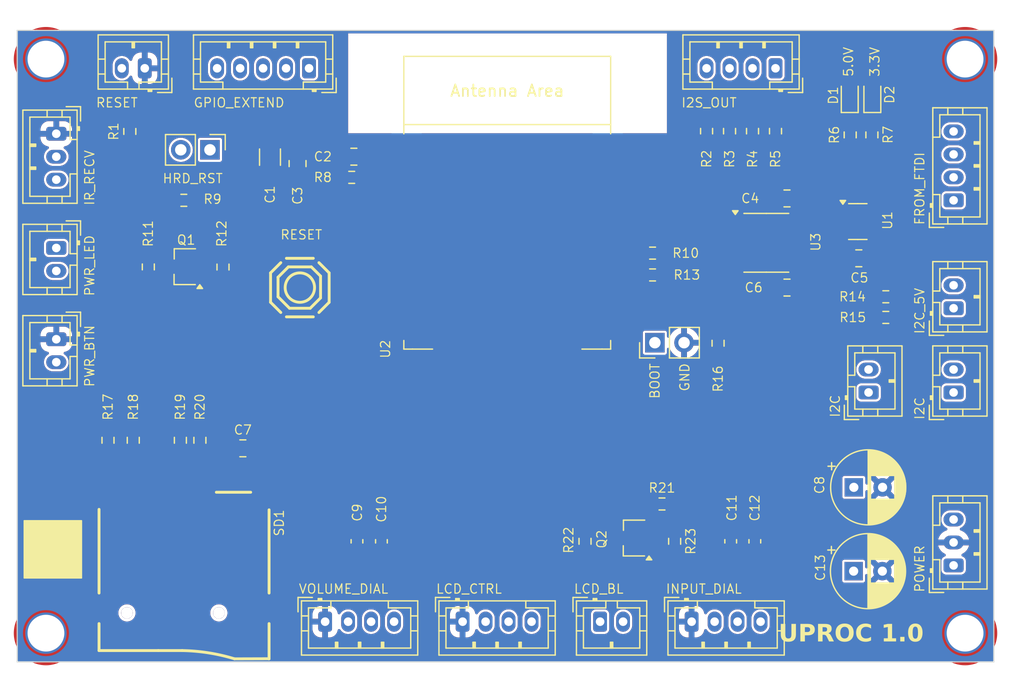
<source format=kicad_pcb>
(kicad_pcb (version 20240108) (generator "pcbnew") (generator_version "8.0")
  (layers (0 "F.Cu" signal) (31 "B.Cu" signal) (34 "B.Paste" user) (35 "F.Paste" user) (36 "B.SilkS" user "B.Silkscreen") (37 "F.SilkS" user "F.Silkscreen") (38 "B.Mask" user) (39 "F.Mask" user) (44 "Edge.Cuts" user))
  (net 0 "")
  (net 1 "GND")
  (net 2 "3V3")
  (net 3 "SCL")
  (net 4 "SDA")
  (net 5 "5V")
  (net 6 "SDA_5V")
  (net 7 "SCL_5V")
  (net 8 "POWER_LED")
  (net 9 "POWER_BUTTON")
  (net 10 "BACKLIGHT")
  (net 11 "TO_BACKLIGHT")
  (net 12 "TO_POWER_LED")
  (net 13 "RX")
  (net 14 "TX")
  (net 15 "ENABLE")
  (net 16 "VOL_CH1")
  (net 17 "VOL_CH2")
  (net 18 "INPUT_CH1")
  (net 19 "INPUT_CH2")
  (net 20 "BOOT")
  (net 21 "FROM_POWER_LED")
  (net 22 "FROM_BACKLIGHT")
  (net 23 "GPIO_INTA")
  (net 24 "GPIO_INTB")
  (net 25 "GPIO_RESET")
  (net 26 "IR_RECV")
  (net 27 "I2S_LRCLK")
  (net 28 "I2S_BCLK")
  (net 29 "I2S_MCLK")
  (net 30 "I2S_DATA")
  (net 31 "SPI_MISO")
  (net 32 "SPI_CLK")
  (net 33 "SPI_CS")
  (net 34 "SPI_MOSI")
  (net 35 "SD_CD")
  (net 36 "HARD_RESET")
  (net 37 "Net-(D1-A)")
  (net 38 "Net-(D2-A)")
  (net 39 "Net-(Q1-B)")
  (net 40 "Net-(Q2-B)")
  (net 43 "Net-(U2-IO23)")
  (net 44 "Net-(U2-IO22)")
  (net 45 "Net-(U2-IO21)")
  (net 46 "Net-(U2-IO19)")
  (footprint "Connector_JST:JST_PH_B2B-PH-K_1x02_P2.00mm_Vertical" (layer "F.Cu") (at 92.3 81.95 -90)
    (property "Reference" "J7" (hide yes))
    (property "Value" "Conn_01x02_Male")
    (pad "1" thru_hole roundrect (at 0 0 270) (size 1.2 1.75) (drill 0.75) (layers "*.Cu" "*.Mask") (roundrect_rratio 0.208333) (net 12 "TO_POWER_LED"))
    (pad "2" thru_hole oval (at 2 0 270) (size 1.2 1.75) (drill 0.75) (layers "*.Cu" "*.Mask") (net 21 "FROM_POWER_LED"))
  )
  (footprint "MountingHole:MountingHole_3.2mm_M3_DIN965_Pad_TopOnly" (layer "F.Cu") (at 171.4 115.5)
    (property "Reference" "H4" (hide yes))
    (property "Value" "MountingHole")
    (pad "1" thru_hole circle (at 0 0) (size 3.6 3.6) (drill 3.2) (layers "*.Cu" "*.Mask"))
    (pad "1" connect circle (at 0 0) (size 5.6 5.6) (layers "F.Cu" "F.Mask"))
  )
  (footprint "Capacitor_THT:CP_Radial_D6.3mm_P2.50mm" (layer "F.Cu") (at 161.7 110.1)
    (property "Reference" "C13" (at -2.9 -0.3 90) (layer "F.SilkS") (effects (font (size 0.8 0.8) (thickness 0.1))))
    (property "Value" "10V 220u")
    (pad "1" thru_hole rect (at 0 0) (size 1.6 1.6) (drill 0.8) (layers "*.Cu" "*.Mask") (net 2 "3V3"))
    (pad "2" thru_hole circle (at 2.5 0) (size 1.6 1.6) (drill 0.8) (layers "*.Cu" "*.Mask") (net 1 "GND"))
  )
  (footprint "Package_TO_SOT_SMD:TSOT-23" (layer "F.Cu") (at 103.51 83.6 180)
    (property "Reference" "Q1" (at -0.09 2.347024 0) (layer "F.SilkS") (effects (font (size 0.8 0.8) (thickness 0.1))))
    (property "Value" "BC817")
    (pad "1" smd roundrect (at -1.31 -0.95 180) (size 1.22 0.65) (layers "F.Cu" "F.Paste" "F.Mask") (net 39 "Net-(Q1-B)"))
    (pad "2" smd roundrect (at -1.31 0.95 180) (size 1.22 0.65) (layers "F.Cu" "F.Paste" "F.Mask") (net 1 "GND"))
    (pad "3" smd roundrect (at 1.31 0 180) (size 1.22 0.65) (layers "F.Cu" "F.Paste" "F.Mask") (net 21 "FROM_POWER_LED"))
  )
  (footprint "Capacitor_SMD:C_0603_1608Metric_Pad1.08x0.95mm_HandSolder" (layer "F.Cu") (at 118.4705 107.5 -90)
    (property "Reference" "C9" (at -2.5 -0.029508 90) (layer "F.SilkS") (effects (font (size 0.8 0.8) (thickness 0.1))))
    (property "Value" "10N")
    (pad "1" smd roundrect (at -0.8625 0 270) (size 1.075 0.95) (layers "F.Cu" "F.Paste" "F.Mask") (net 1 "GND"))
    (pad "2" smd roundrect (at 0.8625 0 270) (size 1.075 0.95) (layers "F.Cu" "F.Paste" "F.Mask") (net 16 "VOL_CH1"))
  )
  (footprint "PCM_Espressif:ESP32-WROOM-32E" (layer "F.Cu") (at 131.55 79.76)
    (property "Reference" "U2" (at -10.6 11 90) (layer "F.SilkS") (effects (font (size 0.8 0.8) (thickness 0.1))))
    (property "Value" "ESP32-WROOM-32")
    (fp_text user "Antenna Area" (at 0 -11.5 0) (layer "F.SilkS"))
    (pad "1" smd rect (at -8.75 -7.01) (size 1.5 0.9) (layers "F.Cu" "F.Paste" "F.Mask") (net 1 "GND"))
    (pad "2" smd rect (at -8.75 -5.74) (size 1.5 0.9) (layers "F.Cu" "F.Paste" "F.Mask") (net 2 "3V3"))
    (pad "3" smd rect (at -8.75 -4.47) (size 1.5 0.9) (layers "F.Cu" "F.Paste" "F.Mask") (net 15 "ENABLE"))
    (pad "4" smd rect (at -8.75 -3.2) (size 1.5 0.9) (layers "F.Cu" "F.Paste" "F.Mask") (net 35 "SD_CD"))
    (pad "5" smd rect (at -8.75 -1.93) (size 1.5 0.9) (layers "F.Cu" "F.Paste" "F.Mask") (net 26 "IR_RECV"))
    (pad "6" smd rect (at -8.75 -0.66) (size 1.5 0.9) (layers "F.Cu" "F.Paste" "F.Mask") (net 23 "GPIO_INTA"))
    (pad "7" smd rect (at -8.75 0.61) (size 1.5 0.9) (layers "F.Cu" "F.Paste" "F.Mask") (net 24 "GPIO_INTB"))
    (pad "8" smd rect (at -8.75 1.88) (size 1.5 0.9) (layers "F.Cu" "F.Paste" "F.Mask") (net 25 "GPIO_RESET"))
    (pad "9" smd rect (at -8.75 3.15) (size 1.5 0.9) (layers "F.Cu" "F.Paste" "F.Mask") (net 36 "HARD_RESET"))
    (pad "10" smd rect (at -8.75 4.42) (size 1.5 0.9) (layers "F.Cu" "F.Paste" "F.Mask") (net 8 "POWER_LED"))
    (pad "11" smd rect (at -8.75 5.69) (size 1.5 0.9) (layers "F.Cu" "F.Paste" "F.Mask") (net 9 "POWER_BUTTON"))
    (pad "12" smd rect (at -8.75 6.96) (size 1.5 0.9) (layers "F.Cu" "F.Paste" "F.Mask") (net 34 "SPI_MOSI"))
    (pad "13" smd rect (at -8.75 8.23) (size 1.5 0.9) (layers "F.Cu" "F.Paste" "F.Mask") (net 32 "SPI_CLK"))
    (pad "14" smd rect (at -8.75 9.5) (size 1.5 0.9) (layers "F.Cu" "F.Paste" "F.Mask") (net 31 "SPI_MISO"))
    (pad "15" smd rect (at -5.72 10.75 90) (size 1.5 0.9) (layers "F.Cu" "F.Paste" "F.Mask") (net 1 "GND"))
    (pad "16" smd rect (at -4.45 10.75 90) (size 1.5 0.9) (layers "F.Cu" "F.Paste" "F.Mask") (net 33 "SPI_CS"))
    (pad "17" smd rect (at -3.18 10.75 90) (size 1.5 0.9) (layers "F.Cu" "F.Paste" "F.Mask"))
    (pad "18" smd rect (at -1.91 10.75 90) (size 1.5 0.9) (layers "F.Cu" "F.Paste" "F.Mask"))
    (pad "19" smd rect (at -0.64 10.75 90) (size 1.5 0.9) (layers "F.Cu" "F.Paste" "F.Mask"))
    (pad "20" smd rect (at 0.63 10.75 90) (size 1.5 0.9) (layers "F.Cu" "F.Paste" "F.Mask"))
    (pad "21" smd rect (at 1.9 10.75 90) (size 1.5 0.9) (layers "F.Cu" "F.Paste" "F.Mask"))
    (pad "22" smd rect (at 3.17 10.75 90) (size 1.5 0.9) (layers "F.Cu" "F.Paste" "F.Mask"))
    (pad "23" smd rect (at 4.44 10.75 90) (size 1.5 0.9) (layers "F.Cu" "F.Paste" "F.Mask") (net 16 "VOL_CH1"))
    (pad "24" smd rect (at 5.71 10.75 90) (size 1.5 0.9) (layers "F.Cu" "F.Paste" "F.Mask") (net 17 "VOL_CH2"))
    (pad "25" smd rect (at 8.75 9.5 180) (size 1.5 0.9) (layers "F.Cu" "F.Paste" "F.Mask") (net 20 "BOOT"))
    (pad "26" smd rect (at 8.75 8.23 180) (size 1.5 0.9) (layers "F.Cu" "F.Paste" "F.Mask") (net 10 "BACKLIGHT"))
    (pad "27" smd rect (at 8.75 6.96 180) (size 1.5 0.9) (layers "F.Cu" "F.Paste" "F.Mask") (net 18 "INPUT_CH1"))
    (pad "28" smd rect (at 8.75 5.69 180) (size 1.5 0.9) (layers "F.Cu" "F.Paste" "F.Mask") (net 19 "INPUT_CH2"))
    (pad "29" smd rect (at 8.75 4.42 180) (size 1.5 0.9) (layers "F.Cu" "F.Paste" "F.Mask") (net 4 "SDA"))
    (pad "30" smd rect (at 8.75 3.15 180) (size 1.5 0.9) (layers "F.Cu" "F.Paste" "F.Mask") (net 3 "SCL"))
    (pad "31" smd rect (at 8.75 1.88 180) (size 1.5 0.9) (layers "F.Cu" "F.Paste" "F.Mask") (net 46 "Net-(U2-IO19)"))
    (pad "32" smd rect (at 8.75 0.61 180) (size 1.5 0.9) (layers "F.Cu" "F.Paste" "F.Mask"))
    (pad "33" smd rect (at 8.75 -0.66 180) (size 1.5 0.9) (layers "F.Cu" "F.Paste" "F.Mask") (net 45 "Net-(U2-IO21)"))
    (pad "34" smd rect (at 8.75 -1.93 180) (size 1.5 0.9) (layers "F.Cu" "F.Paste" "F.Mask") (net 13 "RX"))
    (pad "35" smd rect (at 8.75 -3.2 180) (size 1.5 0.9) (layers "F.Cu" "F.Paste" "F.Mask") (net 14 "TX"))
    (pad "36" smd rect (at 8.75 -4.47 180) (size 1.5 0.9) (layers "F.Cu" "F.Paste" "F.Mask") (net 44 "Net-(U2-IO22)"))
    (pad "37" smd rect (at 8.75 -5.74 180) (size 1.5 0.9) (layers "F.Cu" "F.Paste" "F.Mask") (net 43 "Net-(U2-IO23)"))
    (pad "38" smd rect (at 8.75 -7.01 180) (size 1.5 0.9) (layers "F.Cu" "F.Paste" "F.Mask") (net 1 "GND"))
    (pad "39" smd rect (at -2.9 -0.69 180) (size 0.9 0.9) (layers "F.Cu" "F.Paste" "F.Mask") (net 1 "GND"))
    (pad "39" smd rect (at -2.9 -0.69 180) (size 0.9 0.9) (layers "F.Cu" "F.Paste" "F.Mask") (net 1 "GND"))
    (pad "39" smd rect (at -2.9 0.71 180) (size 0.9 0.9) (layers "F.Cu" "F.Paste" "F.Mask") (net 1 "GND"))
    (pad "39" smd rect (at -2.9 2.11 180) (size 0.9 0.9) (layers "F.Cu" "F.Paste" "F.Mask") (net 1 "GND"))
    (pad "39" smd rect (at -2.9 2.11 180) (size 0.9 0.9) (layers "F.Cu" "F.Paste" "F.Mask") (net 1 "GND"))
    (pad "39" smd rect (at -1.5 -0.69 180) (size 0.9 0.9) (layers "F.Cu" "F.Paste" "F.Mask") (net 1 "GND"))
    (pad "39" smd rect (at -1.5 0.71 180) (size 0.9 0.9) (layers "F.Cu" "F.Paste" "F.Mask") (net 1 "GND"))
    (pad "39" smd rect (at -1.5 2.11 180) (size 0.9 0.9) (layers "F.Cu" "F.Paste" "F.Mask") (net 1 "GND"))
    (pad "39" smd rect (at -1.5 2.11 180) (size 0.9 0.9) (layers "F.Cu" "F.Paste" "F.Mask") (net 1 "GND"))
    (pad "39" smd rect (at -0.1 -0.69 180) (size 0.9 0.9) (layers "F.Cu" "F.Paste" "F.Mask") (net 1 "GND"))
    (pad "39" smd rect (at -0.1 0.71 180) (size 0.9 0.9) (layers "F.Cu" "F.Paste" "F.Mask") (net 1 "GND"))
    (pad "39" smd rect (at -0.1 2.11 180) (size 0.9 0.9) (layers "F.Cu" "F.Paste" "F.Mask") (net 1 "GND"))
    (zone (net 0) (net_name "") (layers "*.Cu") (name "antenna keepout") (connect_pads (clearance 0)) (min_thickness 0.254)
      (keepout (tracks not_allowed) (vias not_allowed) (pads not_allowed) (copperpour not_allowed) (footprints not_allowed))
      (fill (thermal_gap 0.508) (thermal_bridge_width 0.508))
      (polygon (pts (xy 140.55 71.21) (xy 122.55 71.21) (xy 122.55 65.26) (xy 140.55 65.26)))
    )
  )
  (footprint "MountingHole:MountingHole_3.2mm_M3_DIN965_Pad_TopOnly" (layer "F.Cu") (at 91.4 65.5 90)
    (property "Reference" "H1" (hide yes))
    (property "Value" "MountingHole")
    (pad "1" thru_hole circle (at 0 0 90) (size 3.6 3.6) (drill 3.2) (layers "*.Cu" "*.Mask"))
    (pad "1" connect circle (at 0 0 90) (size 5.6 5.6) (layers "F.Cu" "F.Mask"))
  )
  (footprint "Capacitor_SMD:C_0603_1608Metric_Pad1.08x0.95mm_HandSolder" (layer "F.Cu") (at 151 107.5 -90)
    (property "Reference" "C11" (at -2.9125 -0.1 90) (layer "F.SilkS") (effects (font (size 0.8 0.8) (thickness 0.1))))
    (property "Value" "10N")
    (pad "1" smd roundrect (at -0.8625 0 270) (size 1.075 0.95) (layers "F.Cu" "F.Paste" "F.Mask") (net 1 "GND"))
    (pad "2" smd roundrect (at 0.8625 0 270) (size 1.075 0.95) (layers "F.Cu" "F.Paste" "F.Mask") (net 18 "INPUT_CH1"))
  )
  (footprint "Resistor_SMD:R_0603_1608Metric_Pad0.98x0.95mm_HandSolder" (layer "F.Cu") (at 144.2 82.4 180)
    (property "Reference" "R10" (at -2.8875 0 0) (layer "F.SilkS") (effects (font (size 0.8 0.8) (thickness 0.1))))
    (property "Value" "10K")
    (pad "1" smd roundrect (at -0.9125 0 180) (size 0.975 0.95) (layers "F.Cu" "F.Paste" "F.Mask") (net 2 "3V3"))
    (pad "2" smd roundrect (at 0.9125 0 180) (size 0.975 0.95) (layers "F.Cu" "F.Paste" "F.Mask") (net 3 "SCL"))
  )
  (footprint "MountingHole:MountingHole_3.2mm_M3_DIN965_Pad_TopOnly" (layer "F.Cu") (at 91.4 115.5 90)
    (property "Reference" "H3" (hide yes))
    (property "Value" "MountingHole")
    (pad "1" thru_hole circle (at 0 0 90) (size 3.6 3.6) (drill 3.2) (layers "*.Cu" "*.Mask"))
    (pad "1" connect circle (at 0 0 90) (size 5.6 5.6) (layers "F.Cu" "F.Mask"))
  )
  (footprint "Connector_JST:JST_PH_B2B-PH-K_1x02_P2.00mm_Vertical" (layer "F.Cu") (at 170.4 87.2 90)
    (property "Reference" "J8" (hide yes))
    (property "Value" "Conn_01x02_Male")
    (pad "1" thru_hole roundrect (at 0 0 90) (size 1.2 1.75) (drill 0.75) (layers "*.Cu" "*.Mask") (roundrect_rratio 0.208333) (net 7 "SCL_5V"))
    (pad "2" thru_hole oval (at 2 0 90) (size 1.2 1.75) (drill 0.75) (layers "*.Cu" "*.Mask") (net 6 "SDA_5V"))
  )
  (footprint "Connector_JST:JST_PH_B2B-PH-K_1x02_P2.00mm_Vertical" (layer "F.Cu") (at 92.3 89.9 -90)
    (property "Reference" "J10" (hide yes))
    (property "Value" "Conn_01x02_Male")
    (pad "1" thru_hole roundrect (at 0 0 270) (size 1.2 1.75) (drill 0.75) (layers "*.Cu" "*.Mask") (roundrect_rratio 0.208333) (net 1 "GND"))
    (pad "2" thru_hole oval (at 2 0 270) (size 1.2 1.75) (drill 0.75) (layers "*.Cu" "*.Mask") (net 9 "POWER_BUTTON"))
  )
  (footprint "Connector_PinHeader_2.54mm:PinHeader_1x02_P2.54mm_Vertical" (layer "F.Cu") (at 105.675 73.4 -90)
    (property "Reference" "J5" (hide yes))
    (property "Value" "Conn_01x02_Male")
    (pad "1" thru_hole rect (at 0 0 270) (size 1.7 1.7) (drill 1) (layers "*.Cu" "*.Mask") (net 2 "3V3"))
    (pad "2" thru_hole oval (at 0 2.54 270) (size 1.7 1.7) (drill 1) (layers "*.Cu" "*.Mask") (net 36 "HARD_RESET"))
  )
  (footprint "Connector_JST:JST_PH_B5B-PH-K_1x05_P2.00mm_Vertical" (layer "F.Cu") (at 114.3 66.3 180)
    (property "Reference" "J2" (hide yes))
    (property "Value" "Conn_01x05_Pin")
    (pad "1" thru_hole roundrect (at 0 0 180) (size 1.2 1.75) (drill 0.75) (layers "*.Cu" "*.Mask") (roundrect_rratio 0.208333) (net 3 "SCL"))
    (pad "2" thru_hole oval (at 2 0 180) (size 1.2 1.75) (drill 0.75) (layers "*.Cu" "*.Mask") (net 4 "SDA"))
    (pad "3" thru_hole oval (at 4 0 180) (size 1.2 1.75) (drill 0.75) (layers "*.Cu" "*.Mask") (net 23 "GPIO_INTA"))
    (pad "4" thru_hole oval (at 6 0 180) (size 1.2 1.75) (drill 0.75) (layers "*.Cu" "*.Mask") (net 24 "GPIO_INTB"))
    (pad "5" thru_hole oval (at 8 0 180) (size 1.2 1.75) (drill 0.75) (layers "*.Cu" "*.Mask") (net 25 "GPIO_RESET"))
  )
  (footprint "Capacitor_SMD:C_0805_2012Metric_Pad1.18x1.45mm_HandSolder" (layer "F.Cu") (at 113.3 74.6 -90)
    (property "Reference" "C3" (at 2.8 0 90) (layer "F.SilkS") (effects (font (size 0.8 0.8) (thickness 0.1))))
    (property "Value" "0.1U")
    (pad "1" smd roundrect (at -1.0375 0 270) (size 1.175 1.45) (layers "F.Cu" "F.Paste" "F.Mask") (roundrect_rratio 0.2127659574) (net 1 "GND"))
    (pad "2" smd roundrect (at 1.0375 0 270) (size 1.175 1.45) (layers "F.Cu" "F.Paste" "F.Mask") (roundrect_rratio 0.2127659574) (net 15 "ENABLE"))
  )
  (footprint "Connector_JST:JST_PH_B2B-PH-K_1x02_P2.00mm_Vertical" (layer "F.Cu") (at 100 66.3 180)
    (property "Reference" "J1" (hide yes))
    (property "Value" "Conn_01x02_Male")
    (pad "1" thru_hole roundrect (at 0 0 180) (size 1.2 1.75) (drill 0.75) (layers "*.Cu" "*.Mask") (roundrect_rratio 0.2083333333) (net 1 "GND"))
    (pad "2" thru_hole oval (at 2 0 180) (size 1.2 1.75) (drill 0.75) (layers "*.Cu" "*.Mask") (net 15 "ENABLE"))
  )
  (footprint "Capacitor_SMD:C_1206_3216Metric_Pad1.33x1.80mm_HandSolder" (layer "F.Cu") (at 110.9 74.0375 90)
    (property "Reference" "C1" (at -3.2625 0 90) (layer "F.SilkS") (effects (font (size 0.8 0.8) (thickness 0.1))))
    (property "Value" "10U")
    (pad "1" smd roundrect (at -1.5625 0 90) (size 1.325 1.8) (layers "F.Cu" "F.Paste" "F.Mask") (roundrect_rratio 0.1886792453) (net 2 "3V3"))
    (pad "2" smd roundrect (at 1.5625 0 90) (size 1.325 1.8) (layers "F.Cu" "F.Paste" "F.Mask") (roundrect_rratio 0.1886792453) (net 1 "GND"))
  )
  (footprint "Connector_JST:JST_PH_B4B-PH-K_1x04_P2.00mm_Vertical" (layer "F.Cu") (at 170.4 77.8 90)
    (property "Reference" "J6" (hide yes))
    (property "Value" "Conn_01x04_Pin")
    (pad "1" thru_hole roundrect (at 0 0 90) (size 1.2 1.75) (drill 0.75) (layers "*.Cu" "*.Mask") (roundrect_rratio 0.208333) (net 13 "RX"))
    (pad "2" thru_hole oval (at 2 0 90) (size 1.2 1.75) (drill 0.75) (layers "*.Cu" "*.Mask") (net 14 "TX"))
    (pad "3" thru_hole oval (at 4 0 90) (size 1.2 1.75) (drill 0.75) (layers "*.Cu" "*.Mask") (net 15 "ENABLE"))
    (pad "4" thru_hole oval (at 6 0 90) (size 1.2 1.75) (drill 0.75) (layers "*.Cu" "*.Mask") (net 20 "BOOT"))
  )
  (footprint "Resistor_SMD:R_0603_1608Metric_Pad0.98x0.95mm_HandSolder" (layer "F.Cu") (at 106.81 83.6125 -90)
    (property "Reference" "R12" (at -2.9125 0.11 90) (layer "F.SilkS") (effects (font (size 0.8 0.8) (thickness 0.1))))
    (property "Value" "1K")
    (pad "1" smd roundrect (at -0.9125 0 270) (size 0.975 0.95) (layers "F.Cu" "F.Paste" "F.Mask") (net 8 "POWER_LED"))
    (pad "2" smd roundrect (at 0.9125 0 270) (size 0.975 0.95) (layers "F.Cu" "F.Paste" "F.Mask") (net 39 "Net-(Q1-B)"))
  )
  (footprint "Resistor_SMD:R_0603_1608Metric_Pad0.98x0.95mm_HandSolder" (layer "F.Cu") (at 100.31 83.6 -90)
    (property "Reference" "R11" (at -2.9 0.01 90) (layer "F.SilkS") (effects (font (size 0.8 0.8) (thickness 0.1))))
    (property "Value" "700R")
    (pad "1" smd roundrect (at -0.9125 0 270) (size 0.975 0.95) (layers "F.Cu" "F.Paste" "F.Mask") (net 12 "TO_POWER_LED"))
    (pad "2" smd roundrect (at 0.9125 0 270) (size 0.975 0.95) (layers "F.Cu" "F.Paste" "F.Mask") (net 5 "5V"))
  )
  (footprint "Package_SO:SOIC-8_3.9x4.9mm_P1.27mm" (layer "F.Cu") (at 154.1 81.5)
    (property "Reference" "U3" (at 4.3 -0.065 90) (layer "F.SilkS") (effects (font (size 0.8 0.8) (thickness 0.1))))
    (property "Value" "TCA9517DR")
    (pad "1" smd roundrect (at -2.475 -1.905) (size 1.95 0.6) (layers "F.Cu" "F.Paste" "F.Mask") (net 2 "3V3"))
    (pad "2" smd roundrect (at -2.475 -0.635) (size 1.95 0.6) (layers "F.Cu" "F.Paste" "F.Mask") (net 3 "SCL"))
    (pad "3" smd roundrect (at -2.475 0.635) (size 1.95 0.6) (layers "F.Cu" "F.Paste" "F.Mask") (net 4 "SDA"))
    (pad "4" smd roundrect (at -2.475 1.905) (size 1.95 0.6) (layers "F.Cu" "F.Paste" "F.Mask") (net 1 "GND"))
    (pad "5" smd roundrect (at 2.475 1.905) (size 1.95 0.6) (layers "F.Cu" "F.Paste" "F.Mask") (net 2 "3V3"))
    (pad "6" smd roundrect (at 2.475 0.635) (size 1.95 0.6) (layers "F.Cu" "F.Paste" "F.Mask") (net 6 "SDA_5V"))
    (pad "7" smd roundrect (at 2.475 -0.635) (size 1.95 0.6) (layers "F.Cu" "F.Paste" "F.Mask") (net 7 "SCL_5V"))
    (pad "8" smd roundrect (at 2.475 -1.905) (size 1.95 0.6) (layers "F.Cu" "F.Paste" "F.Mask") (net 5 "5V"))
  )
  (footprint "LED_SMD:LED_0603_1608Metric" (layer "F.Cu") (at 161.36 68.665 90)
    (property "Reference" "D1" (at 0 -1.43 90) (layer "F.SilkS") (effects (font (size 0.8 0.8) (thickness 0.1))))
    (property "Value" "RED")
    (pad "1" smd roundrect (at -0.7875 0 90) (size 0.875 0.95) (layers "F.Cu" "F.Paste" "F.Mask") (net 1 "GND"))
    (pad "2" smd roundrect (at 0.7875 0 90) (size 0.875 0.95) (layers "F.Cu" "F.Paste" "F.Mask") (net 37 "Net-(D1-A)"))
  )
  (footprint "Capacitor_THT:CP_Radial_D6.3mm_P2.50mm" (layer "F.Cu") (at 161.7176 102.8)
    (property "Reference" "C8" (at -2.9824 -0.2 90) (layer "F.SilkS") (effects (font (size 0.8 0.8) (thickness 0.1))))
    (property "Value" "10V 220u")
    (pad "1" thru_hole rect (at 0 0) (size 1.6 1.6) (drill 0.8) (layers "*.Cu" "*.Mask") (net 5 "5V"))
    (pad "2" thru_hole circle (at 2.5 0) (size 1.6 1.6) (drill 0.8) (layers "*.Cu" "*.Mask") (net 1 "GND"))
  )
  (footprint "Resistor_SMD:R_0603_1608Metric_Pad0.98x0.95mm_HandSolder" (layer "F.Cu") (at 118.0125 75.8)
    (property "Reference" "R8" (at -2.5125 0 0) (layer "F.SilkS") (effects (font (size 0.8 0.8) (thickness 0.1))))
    (property "Value" "4.7K")
    (pad "1" smd roundrect (at -0.9125 0) (size 0.975 0.95) (layers "F.Cu" "F.Paste" "F.Mask") (net 2 "3V3"))
    (pad "2" smd roundrect (at 0.9125 0) (size 0.975 0.95) (layers "F.Cu" "F.Paste" "F.Mask") (net 15 "ENABLE"))
  )
  (footprint "Resistor_SMD:R_0603_1608Metric" (layer "F.Cu") (at 152.9 71.775 90)
    (property "Reference" "R4" (at -2.425 0 90) (layer "F.SilkS") (effects (font (size 0.8 0.8) (thickness 0.1))))
    (property "Value" "22R")
    (pad "1" smd roundrect (at -0.825 0 90) (size 0.8 0.95) (layers "F.Cu" "F.Paste" "F.Mask") (net 45 "Net-(U2-IO21)"))
    (pad "2" smd roundrect (at 0.825 0 90) (size 0.8 0.95) (layers "F.Cu" "F.Paste" "F.Mask") (net 28 "I2S_BCLK"))
  )
  (footprint "Capacitor_SMD:C_0805_2012Metric_Pad1.18x1.45mm_HandSolder" (layer "F.Cu") (at 162.15 82.85 180)
    (property "Reference" "C5" (at -0.05 -1.7 0) (layer "F.SilkS") (effects (font (size 0.8 0.8) (thickness 0.1))))
    (property "Value" "100n")
    (pad "1" smd roundrect (at -1.0375 0 180) (size 1.175 1.45) (layers "F.Cu" "F.Paste" "F.Mask") (roundrect_rratio 0.2127659574) (net 2 "3V3"))
    (pad "2" smd roundrect (at 1.0375 0 180) (size 1.175 1.45) (layers "F.Cu" "F.Paste" "F.Mask") (roundrect_rratio 0.2127659574) (net 1 "GND"))
  )
  (footprint "Resistor_SMD:R_0603_1608Metric_Pad0.98x0.95mm_HandSolder" (layer "F.Cu") (at 103.1 98.7 -90)
    (property "Reference" "R19" (at -2.9 0.0125 90) (layer "F.SilkS") (effects (font (size 0.8 0.8) (thickness 0.1))))
    (property "Value" "50K")
    (pad "1" smd roundrect (at -0.9125 0 270) (size 0.975 0.95) (layers "F.Cu" "F.Paste" "F.Mask") (net 2 "3V3"))
    (pad "2" smd roundrect (at 0.9125 0 270) (size 0.975 0.95) (layers "F.Cu" "F.Paste" "F.Mask") (net 34 "SPI_MOSI"))
  )
  (footprint "Package_TO_SOT_SMD:SOT-23-6" (layer "F.Cu") (at 162.0625 79.65)
    (property "Reference" "U1" (at 2.5875 -0.1 90) (layer "F.SilkS") (effects (font (size 0.8 0.8) (thickness 0.1))))
    (property "Value" "TMP100")
    (pad "1" smd roundrect (at -1.1375 -0.95) (size 1.325 0.6) (layers "F.Cu" "F.Paste" "F.Mask") (net 3 "SCL"))
    (pad "2" smd roundrect (at -1.1375 0) (size 1.325 0.6) (layers "F.Cu" "F.Paste" "F.Mask") (net 1 "GND"))
    (pad "3" smd roundrect (at -1.1375 0.95) (size 1.325 0.6) (layers "F.Cu" "F.Paste" "F.Mask") (net 1 "GND"))
    (pad "4" smd roundrect (at 1.1375 0.95) (size 1.325 0.6) (layers "F.Cu" "F.Paste" "F.Mask") (net 2 "3V3"))
    (pad "5" smd roundrect (at 1.1375 0) (size 1.325 0.6) (layers "F.Cu" "F.Paste" "F.Mask") (net 1 "GND"))
    (pad "6" smd roundrect (at 1.1375 -0.95) (size 1.325 0.6) (layers "F.Cu" "F.Paste" "F.Mask") (net 4 "SDA"))
  )
  (footprint "Resistor_SMD:R_0603_1608Metric_Pad0.98x0.95mm_HandSolder" (layer "F.Cu") (at 103.4 77.8)
    (property "Reference" "R9" (at 2.5 -0.1 0) (layer "F.SilkS") (effects (font (size 0.8 0.8) (thickness 0.1))))
    (property "Value" "4.7K")
    (pad "1" smd roundrect (at -0.9125 0) (size 0.975 0.95) (layers "F.Cu" "F.Paste" "F.Mask") (net 36 "HARD_RESET"))
    (pad "2" smd roundrect (at 0.9125 0) (size 0.975 0.95) (layers "F.Cu" "F.Paste" "F.Mask") (net 1 "GND"))
  )
  (footprint "Resistor_SMD:R_0603_1608Metric_Pad0.98x0.95mm_HandSolder" (layer "F.Cu") (at 145.02 104.25 180)
    (property "Reference" "R21" (at 0 1.4 0) (layer "F.SilkS") (effects (font (size 0.8 0.8) (thickness 0.1))))
    (property "Value" "4.7K")
    (pad "1" smd roundrect (at -0.9125 0 180) (size 0.975 0.95) (layers "F.Cu" "F.Paste" "F.Mask") (net 10 "BACKLIGHT"))
    (pad "2" smd roundrect (at 0.9125 0 180) (size 0.975 0.95) (layers "F.Cu" "F.Paste" "F.Mask") (net 1 "GND"))
  )
  (footprint "Capacitor_SMD:C_0805_2012Metric_Pad1.18x1.45mm_HandSolder" (layer "F.Cu") (at 118.2 74 180)
    (property "Reference" "C2" (at 2.7 0 0) (layer "F.SilkS") (effects (font (size 0.8 0.8) (thickness 0.1))))
    (property "Value" "10N")
    (pad "1" smd roundrect (at -1.0375 0 180) (size 1.175 1.45) (layers "F.Cu" "F.Paste" "F.Mask") (roundrect_rratio 0.2127659574) (net 2 "3V3"))
    (pad "2" smd roundrect (at 1.0375 0 180) (size 1.175 1.45) (layers "F.Cu" "F.Paste" "F.Mask") (roundrect_rratio 0.2127659574) (net 1 "GND"))
  )
  (footprint "Resistor_SMD:R_0603_1608Metric_Pad0.98x0.95mm_HandSolder" (layer "F.Cu") (at 144.2 84.3 180)
    (property "Reference" "R13" (at -2.9875 0 0) (layer "F.SilkS") (effects (font (size 0.8 0.8) (thickness 0.1))))
    (property "Value" "10K")
    (pad "1" smd roundrect (at -0.9125 0 180) (size 0.975 0.95) (layers "F.Cu" "F.Paste" "F.Mask") (net 2 "3V3"))
    (pad "2" smd roundrect (at 0.9125 0 180) (size 0.975 0.95) (layers "F.Cu" "F.Paste" "F.Mask") (net 4 "SDA"))
  )
  (footprint "Resistor_SMD:R_0603_1608Metric_Pad0.98x0.95mm_HandSolder" (layer "F.Cu") (at 149.9 90.2476 90)
    (property "Reference" "R16" (at -3.1 0 90) (layer "F.SilkS") (effects (font (size 0.8 0.8) (thickness 0.1))))
    (property "Value" "4.7K")
    (pad "1" smd roundrect (at -0.9125 0 90) (size 0.975 0.95) (layers "F.Cu" "F.Paste" "F.Mask") (net 2 "3V3"))
    (pad "2" smd roundrect (at 0.9125 0 90) (size 0.975 0.95) (layers "F.Cu" "F.Paste" "F.Mask") (net 20 "BOOT"))
  )
  (footprint "Connector_JST:JST_PH_B4B-PH-K_1x04_P2.00mm_Vertical" (layer "F.Cu") (at 147.6 114.5)
    (property "Reference" "J17" (hide yes))
    (property "Value" "Conn_01x04_Pin")
    (pad "1" thru_hole roundrect (at 0 0) (size 1.2 1.75) (drill 0.75) (layers "*.Cu" "*.Mask") (roundrect_rratio 0.208333) (net 1 "GND"))
    (pad "2" thru_hole oval (at 2 0) (size 1.2 1.75) (drill 0.75) (layers "*.Cu" "*.Mask") (net 2 "3V3"))
    (pad "3" thru_hole oval (at 4 0) (size 1.2 1.75) (drill 0.75) (layers "*.Cu" "*.Mask") (net 18 "INPUT_CH1"))
    (pad "4" thru_hole oval (at 6 0) (size 1.2 1.75) (drill 0.75) (layers "*.Cu" "*.Mask") (net 19 "INPUT_CH2"))
  )
  (footprint "Resistor_SMD:R_0603_1608Metric" (layer "F.Cu") (at 150.9 71.775 90)
    (property "Reference" "R3" (at -2.425 0 90) (layer "F.SilkS") (effects (font (size 0.8 0.8) (thickness 0.1))))
    (property "Value" "22R")
    (pad "1" smd roundrect (at -0.825 0 90) (size 0.8 0.95) (layers "F.Cu" "F.Paste" "F.Mask") (net 44 "Net-(U2-IO22)"))
    (pad "2" smd roundrect (at 0.825 0 90) (size 0.8 0.95) (layers "F.Cu" "F.Paste" "F.Mask") (net 27 "I2S_LRCLK"))
  )
  (footprint "Resistor_SMD:R_0603_1608Metric_Pad0.98x0.95mm_HandSolder" (layer "F.Cu") (at 104.8 98.7 -90)
    (property "Reference" "R20" (at -2.9 0 90) (layer "F.SilkS") (effects (font (size 0.8 0.8) (thickness 0.1))))
    (property "Value" "50K")
    (pad "1" smd roundrect (at -0.9125 0 270) (size 0.975 0.95) (layers "F.Cu" "F.Paste" "F.Mask") (net 2 "3V3"))
    (pad "2" smd roundrect (at 0.9125 0 270) (size 0.975 0.95) (layers "F.Cu" "F.Paste" "F.Mask") (net 33 "SPI_CS"))
  )
  (footprint "Resistor_SMD:R_0603_1608Metric" (layer "F.Cu") (at 154.9 71.775 90)
    (property "Reference" "R5" (at -2.425 0 90) (layer "F.SilkS") (effects (font (size 0.8 0.8) (thickness 0.1))))
    (property "Value" "22R")
    (pad "1" smd roundrect (at -0.825 0 90) (size 0.8 0.95) (layers "F.Cu" "F.Paste" "F.Mask") (net 46 "Net-(U2-IO19)"))
    (pad "2" smd roundrect (at 0.825 0 90) (size 0.8 0.95) (layers "F.Cu" "F.Paste" "F.Mask") (net 29 "I2S_MCLK"))
  )
  (footprint "Connector_JST:JST_PH_B2B-PH-K_1x02_P2.00mm_Vertical" (layer "F.Cu") (at 163 94.5362 90)
    (property "Reference" "J11" (hide yes))
    (property "Value" "Conn_01x02_Male")
    (pad "1" thru_hole roundrect (at 0 0 90) (size 1.2 1.75) (drill 0.75) (layers "*.Cu" "*.Mask") (roundrect_rratio 0.208333) (net 3 "SCL"))
    (pad "2" thru_hole oval (at 2 0 90) (size 1.2 1.75) (drill 0.75) (layers "*.Cu" "*.Mask") (net 4 "SDA"))
  )
  (footprint "Resistor_SMD:R_0603_1608Metric_Pad0.98x0.95mm_HandSolder" (layer "F.Cu") (at 98.7 71.8 90)
    (property "Reference" "R1" (at 0 -1.4 90) (layer "F.SilkS") (effects (font (size 0.8 0.8) (thickness 0.1))))
    (property "Value" "4.7K")
    (pad "1" smd roundrect (at -0.9125 0 90) (size 0.975 0.95) (layers "F.Cu" "F.Paste" "F.Mask") (net 1 "GND"))
    (pad "2" smd roundrect (at 0.9125 0 90) (size 0.975 0.95) (layers "F.Cu" "F.Paste" "F.Mask") (net 25 "GPIO_RESET"))
  )
  (footprint "Connector_JST:JST_PH_B4B-PH-K_1x04_P2.00mm_Vertical" (layer "F.Cu") (at 127.6667 114.5)
    (property "Reference" "J15" (hide yes))
    (property "Value" "Conn_01x04_Pin")
    (pad "1" thru_hole roundrect (at 0 0) (size 1.2 1.75) (drill 0.75) (layers "*.Cu" "*.Mask") (roundrect_rratio 0.208333) (net 1 "GND"))
    (pad "2" thru_hole oval (at 2 0) (size 1.2 1.75) (drill 0.75) (layers "*.Cu" "*.Mask") (net 5 "5V"))
    (pad "3" thru_hole oval (at 4 0) (size 1.2 1.75) (drill 0.75) (layers "*.Cu" "*.Mask") (net 6 "SDA_5V"))
    (pad "4" thru_hole oval (at 6 0) (size 1.2 1.75) (drill 0.75) (layers "*.Cu" "*.Mask") (net 7 "SCL_5V"))
  )
  (footprint "Resistor_SMD:R_0603_1608Metric_Pad0.98x0.95mm_HandSolder" (layer "F.Cu") (at 99 98.7 -90)
    (property "Reference" "R18" (at -2.9 0 90) (layer "F.SilkS") (effects (font (size 0.8 0.8) (thickness 0.1))))
    (property "Value" "50K")
    (pad "1" smd roundrect (at -0.9125 0 270) (size 0.975 0.95) (layers "F.Cu" "F.Paste" "F.Mask") (net 2 "3V3"))
    (pad "2" smd roundrect (at 0.9125 0 270) (size 0.975 0.95) (layers "F.Cu" "F.Paste" "F.Mask") (net 31 "SPI_MISO"))
  )
  (footprint "Connector_JST:JST_PH_B4B-PH-K_1x04_P2.00mm_Vertical" (layer "F.Cu") (at 115.7 114.5)
    (property "Reference" "J14" (hide yes))
    (property "Value" "Conn_01x04_Pin")
    (pad "1" thru_hole roundrect (at 0 0) (size 1.2 1.75) (drill 0.75) (layers "*.Cu" "*.Mask") (roundrect_rratio 0.208333) (net 1 "GND"))
    (pad "2" thru_hole oval (at 2 0) (size 1.2 1.75) (drill 0.75) (layers "*.Cu" "*.Mask") (net 2 "3V3"))
    (pad "3" thru_hole oval (at 4 0) (size 1.2 1.75) (drill 0.75) (layers "*.Cu" "*.Mask") (net 16 "VOL_CH1"))
    (pad "4" thru_hole oval (at 6 0) (size 1.2 1.75) (drill 0.75) (layers "*.Cu" "*.Mask") (net 17 "VOL_CH2"))
  )
  (footprint "Capacitor_SMD:C_0805_2012Metric_Pad1.18x1.45mm_HandSolder" (layer "F.Cu") (at 155.9 77.635 180)
    (property "Reference" "C4" (at 3.2 0 0) (layer "F.SilkS") (effects (font (size 0.8 0.8) (thickness 0.1))))
    (property "Value" "0.1U")
    (pad "1" smd roundrect (at -1.0375 0 180) (size 1.175 1.45) (layers "F.Cu" "F.Paste" "F.Mask") (roundrect_rratio 0.212766) (net 5 "5V"))
    (pad "2" smd roundrect (at 1.0375 0 180) (size 1.175 1.45) (layers "F.Cu" "F.Paste" "F.Mask") (roundrect_rratio 0.212766) (net 1 "GND"))
  )
  (footprint "Connector_JST:JST_PH_B2B-PH-K_1x02_P2.00mm_Vertical" (layer "F.Cu") (at 139.6333 114.5)
    (property "Reference" "J16" (hide yes))
    (property "Value" "Conn_01x02_Male")
    (pad "1" thru_hole roundrect (at 0 0) (size 1.2 1.75) (drill 0.75) (layers "*.Cu" "*.Mask") (roundrect_rratio 0.208333) (net 11 "TO_BACKLIGHT"))
    (pad "2" thru_hole oval (at 2 0) (size 1.2 1.75) (drill 0.75) (layers "*.Cu" "*.Mask") (net 22 "FROM_BACKLIGHT"))
  )
  (footprint "Resistor_SMD:R_0603_1608Metric_Pad0.98x0.95mm_HandSolder" (layer "F.Cu") (at 96.8 98.7 90)
    (property "Reference" "R17" (at 2.9 0 90) (layer "F.SilkS") (effects (font (size 0.8 0.8) (thickness 0.1))))
    (property "Value" "50K")
    (pad "1" smd roundrect (at -0.9125 0 90) (size 0.975 0.95) (layers "F.Cu" "F.Paste" "F.Mask") (net 35 "SD_CD"))
    (pad "2" smd roundrect (at 0.9125 0 90) (size 0.975 0.95) (layers "F.Cu" "F.Paste" "F.Mask") (net 2 "3V3"))
  )
  (footprint "Resistor_SMD:R_0603_1608Metric_Pad0.98x0.95mm_HandSolder" (layer "F.Cu") (at 164.5 86.2)
    (property "Reference" "R14" (at -2.9 0 0) (layer "F.SilkS") (effects (font (size 0.8 0.8) (thickness 0.1))))
    (property "Value" "10K")
    (pad "1" smd roundrect (at -0.9125 0) (size 0.975 0.95) (layers "F.Cu" "F.Paste" "F.Mask") (net 5 "5V"))
    (pad "2" smd roundrect (at 0.9125 0) (size 0.975 0.95) (layers "F.Cu" "F.Paste" "F.Mask") (net 6 "SDA_5V"))
  )
  (footprint "Capacitor_SMD:C_0805_2012Metric_Pad1.18x1.45mm_HandSolder" (layer "F.Cu") (at 155.9 85.4 180)
    (property "Reference" "C6" (at 2.9 0 0) (layer "F.SilkS") (effects (font (size 0.8 0.8) (thickness 0.1))))
    (property "Value" "0.1U")
    (pad "1" smd roundrect (at -1.0375 0 180) (size 1.175 1.45) (layers "F.Cu" "F.Paste" "F.Mask") (roundrect_rratio 0.212766) (net 2 "3V3"))
    (pad "2" smd roundrect (at 1.0375 0 180) (size 1.175 1.45) (layers "F.Cu" "F.Paste" "F.Mask") (roundrect_rratio 0.212766) (net 1 "GND"))
  )
  (footprint "Package_TO_SOT_SMD:TSOT-23" (layer "F.Cu") (at 142.61 107.235 180)
    (property "Reference" "Q2" (at 2.836565 -0.083103 90) (layer "F.SilkS") (effects (font (size 0.8 0.8) (thickness 0.1))))
    (property "Value" "BC817")
    (pad "1" smd roundrect (at -1.31 -0.95 180) (size 1.22 0.65) (layers "F.Cu" "F.Paste" "F.Mask") (net 40 "Net-(Q2-B)"))
    (pad "2" smd roundrect (at -1.31 0.95 180) (size 1.22 0.65) (layers "F.Cu" "F.Paste" "F.Mask") (net 1 "GND"))
    (pad "3" smd roundrect (at 1.31 0 180) (size 1.22 0.65) (layers "F.Cu" "F.Paste" "F.Mask") (net 22 "FROM_BACKLIGHT"))
  )
  (footprint "Resistor_SMD:R_0603_1608Metric_Pad0.98x0.95mm_HandSolder" (layer "F.Cu") (at 146.12 107.5 -90)
    (property "Reference" "R23" (at 0 -1.4 90) (layer "F.SilkS") (effects (font (size 0.8 0.8) (thickness 0.1))))
    (property "Value" "1K")
    (pad "1" smd roundrect (at -0.9125 0 270) (size 0.975 0.95) (layers "F.Cu" "F.Paste" "F.Mask") (net 10 "BACKLIGHT"))
    (pad "2" smd roundrect (at 0.9125 0 270) (size 0.975 0.95) (layers "F.Cu" "F.Paste" "F.Mask") (net 40 "Net-(Q2-B)"))
  )
  (footprint "Connector_JST:JST_PH_B4B-PH-K_1x04_P2.00mm_Vertical" (layer "F.Cu") (at 154.9 66.3 180)
    (property "Reference" "J3" (hide yes))
    (property "Value" "Conn_01x04_Pin")
    (pad "1" thru_hole roundrect (at 0 0 180) (size 1.2 1.75) (drill 0.75) (layers "*.Cu" "*.Mask") (roundrect_rratio 0.208333) (net 29 "I2S_MCLK"))
    (pad "2" thru_hole oval (at 2 0 180) (size 1.2 1.75) (drill 0.75) (layers "*.Cu" "*.Mask") (net 28 "I2S_BCLK"))
    (pad "3" thru_hole oval (at 4 0 180) (size 1.2 1.75) (drill 0.75) (layers "*.Cu" "*.Mask") (net 27 "I2S_LRCLK"))
    (pad "4" thru_hole oval (at 6 0 180) (size 1.2 1.75) (drill 0.75) (layers "*.Cu" "*.Mask") (net 30 "I2S_DATA"))
  )
  (footprint "Connector_JST:JST_PH_B3B-PH-K_1x03_P2.00mm_Vertical" (layer "F.Cu") (at 170.4 109.6 90)
    (property "Reference" "J13" (hide yes))
    (property "Value" "Conn_01x03_Pin")
    (pad "1" thru_hole roundrect (at 0 0 90) (size 1.2 1.75) (drill 0.75) (layers "*.Cu" "*.Mask") (roundrect_rratio 0.208333) (net 2 "3V3"))
    (pad "2" thru_hole oval (at 2 0 90) (size 1.2 1.75) (drill 0.75) (layers "*.Cu" "*.Mask") (net 1 "GND"))
    (pad "3" thru_hole oval (at 4 0 90) (size 1.2 1.75) (drill 0.75) (layers "*.Cu" "*.Mask") (net 5 "5V"))
  )
  (footprint "Capacitor_SMD:C_0603_1608Metric_Pad1.08x0.95mm_HandSolder" (layer "F.Cu") (at 120.6 107.5 -90)
    (property "Reference" "C10" (at -2.8 0 90) (layer "F.SilkS") (effects (font (size 0.8 0.8) (thickness 0.1))))
    (property "Value" "10N")
    (pad "1" smd roundrect (at -0.8625 0 270) (size 1.075 0.95) (layers "F.Cu" "F.Paste" "F.Mask") (net 1 "GND"))
    (pad "2" smd roundrect (at 0.8625 0 270) (size 1.075 0.95) (layers "F.Cu" "F.Paste" "F.Mask") (net 17 "VOL_CH2"))
  )
  (footprint "Capacitor_SMD:C_0603_1608Metric_Pad1.08x0.95mm_HandSolder" (layer "F.Cu") (at 153.1 107.5 -90)
    (property "Reference" "C12" (at -2.9 0 90) (layer "F.SilkS") (effects (font (size 0.8 0.8) (thickness 0.1))))
    (property "Value" "10N")
    (pad "1" smd roundrect (at -0.8625 0 270) (size 1.075 0.95) (layers "F.Cu" "F.Paste" "F.Mask") (net 1 "GND"))
    (pad "2" smd roundrect (at 0.8625 0 270) (size 1.075 0.95) (layers "F.Cu" "F.Paste" "F.Mask") (net 19 "INPUT_CH2"))
  )
  (footprint "Resistor_SMD:R_0603_1608Metric_Pad0.98x0.95mm_HandSolder" (layer "F.Cu") (at 138.32 107.5 90)
    (property "Reference" "R22" (at 0.1 -1.42 90) (layer "F.SilkS") (effects (font (size 0.8 0.8) (thickness 0.1))))
    (property "Value" "75R")
    (pad "1" smd roundrect (at -0.9125 0 90) (size 0.975 0.95) (layers "F.Cu" "F.Paste" "F.Mask") (net 11 "TO_BACKLIGHT"))
    (pad "2" smd roundrect (at 0.9125 0 90) (size 0.975 0.95) (layers "F.Cu" "F.Paste" "F.Mask") (net 5 "5V"))
  )
  (footprint "easyeda2kicad:SW-SMD_4P-L5.1-W5.1-P3.70-LS6.5-TL_H1.5" (layer "F.Cu") (at 113.5 85.4 -90)
    (property "Reference" "SW1" (hide yes))
    (property "Value" "TS-1187A-B-A-B")
    (pad "1" smd rect (at -3 -1.85 270) (size 1 0.75) (layers "F.Cu" "F.Paste" "F.Mask") (net 1 "GND"))
    (pad "2" smd rect (at 3 -1.85 270) (size 1 0.75) (layers "F.Cu" "F.Paste" "F.Mask") (net 1 "GND"))
    (pad "3" smd rect (at -3 1.85 270) (size 1 0.75) (layers "F.Cu" "F.Paste" "F.Mask") (net 15 "ENABLE"))
    (pad "4" smd rect (at 3 1.85 270) (size 1 0.75) (layers "F.Cu" "F.Paste" "F.Mask") (net 15 "ENABLE"))
  )
  (footprint "Connector_PinHeader_2.54mm:PinHeader_1x02_P2.54mm_Vertical" (layer "F.Cu") (at 144.4 90.2 90)
    (property "Reference" "J9" (hide yes))
    (property "Value" "Conn_01x02_Male")
    (pad "1" thru_hole rect (at 0 0 90) (size 1.7 1.7) (drill 1) (layers "*.Cu" "*.Mask") (net 20 "BOOT"))
    (pad "2" thru_hole oval (at 0 2.54 90) (size 1.7 1.7) (drill 1) (layers "*.Cu" "*.Mask") (net 1 "GND"))
  )
  (footprint "Resistor_SMD:R_0603_1608Metric_Pad0.98x0.95mm_HandSolder" (layer "F.Cu") (at 163.29 72.1 90)
    (property "Reference" "R7" (at 0.0125 1.4 90) (layer "F.SilkS") (effects (font (size 0.8 0.8) (thickness 0.1))))
    (property "Value" "150R")
    (pad "1" smd roundrect (at -0.9125 0 90) (size 0.975 0.95) (layers "F.Cu" "F.Paste" "F.Mask") (net 2 "3V3"))
    (pad "2" smd roundrect (at 0.9125 0 90) (size 0.975 0.95) (layers "F.Cu" "F.Paste" "F.Mask") (net 38 "Net-(D2-A)"))
  )
  (footprint "LED_SMD:LED_0603_1608Metric" (layer "F.Cu") (at 163.33 68.665 90)
    (property "Reference" "D2" (at 0.065 1.5 90) (layer "F.SilkS") (effects (font (size 0.8 0.8) (thickness 0.1))))
    (property "Value" "BLUE")
    (pad "1" smd roundrect (at -0.7875 0 90) (size 0.875 0.95) (layers "F.Cu" "F.Paste" "F.Mask") (net 1 "GND"))
    (pad "2" smd roundrect (at 0.7875 0 90) (size 0.875 0.95) (layers "F.Cu" "F.Paste" "F.Mask") (net 38 "Net-(D2-A)"))
  )
  (footprint "easyeda2kicad:TF-SMD_TF-115-BCP9" (layer "F.Cu") (at 103.4 108.0375)
    (property "Reference" "SD1" (at 8.3 -2.1375 90) (layer "F.SilkS") (effects (font (size 0.8 0.8) (thickness 0.1))))
    (property "Value" "TF-115-BCP9")
    (pad "" thru_hole circle (at -4.95 5.7) (size 1 1) (drill 1) (layers "*.Cu" "*.Mask"))
    (pad "" thru_hole circle (at 3.05 5.7) (size 1 1) (drill 1) (layers "*.Cu" "*.Mask"))
    (pad "1" smd rect (at 2.25 -5.3) (size 0.7 1.6) (layers "F.Cu" "F.Paste" "F.Mask"))
    (pad "2" smd rect (at 1.15 -5.3) (size 0.7 1.6) (layers "F.Cu" "F.Paste" "F.Mask") (net 33 "SPI_CS"))
    (pad "3" smd rect (at 0.05 -5.3) (size 0.7 1.6) (layers "F.Cu" "F.Paste" "F.Mask") (net 34 "SPI_MOSI"))
    (pad "4" smd rect (at -1.05 -5.3) (size 0.7 1.6) (layers "F.Cu" "F.Paste" "F.Mask") (net 2 "3V3"))
    (pad "5" smd rect (at -2.15 -5.3) (size 0.7 1.6) (layers "F.Cu" "F.Paste" "F.Mask") (net 32 "SPI_CLK"))
    (pad "6" smd rect (at -3.25 -5.3) (size 0.7 1.6) (layers "F.Cu" "F.Paste" "F.Mask") (net 1 "GND"))
    (pad "7" smd rect (at -4.35 -5.3) (size 0.7 1.6) (layers "F.Cu" "F.Paste" "F.Mask") (net 31 "SPI_MISO"))
    (pad "8" smd rect (at -5.45 -5.3) (size 0.7 1.6) (layers "F.Cu" "F.Paste" "F.Mask"))
    (pad "9" smd rect (at -6.55 -5.3) (size 0.7 1.6) (layers "F.Cu" "F.Paste" "F.Mask") (net 35 "SD_CD"))
    (pad "10" smd rect (at -7.75 -4.3) (size 1.2 1.5) (layers "F.Cu" "F.Paste" "F.Mask") (net 1 "GND"))
    (pad "11" smd rect (at -7.75 5.3) (size 1.2 2.2) (layers "F.Cu" "F.Paste" "F.Mask") (net 1 "GND"))
    (pad "12" smd rect (at 6.85 -4.3) (size 1.6 1.5) (layers "F.Cu" "F.Paste" "F.Mask") (net 1 "GND"))
    (pad "13" smd rect (at 7.75 5.3) (size 1.2 2.2) (layers "F.Cu" "F.Paste" "F.Mask") (net 1 "GND"))
  )
  (footprint "Resistor_SMD:R_0603_1608Metric_Pad0.98x0.95mm_HandSolder" (layer "F.Cu") (at 161.4 72.1 90)
    (property "Reference" "R6" (at 0 -1.38 90) (layer "F.SilkS") (effects (font (size 0.8 0.8) (thickness 0.1))))
    (property "Value" "1000R")
    (pad "1" smd roundrect (at -0.9125 0 90) (size 0.975 0.95) (layers "F.Cu" "F.Paste" "F.Mask") (net 5 "5V"))
    (pad "2" smd roundrect (at 0.9125 0 90) (size 0.975 0.95) (layers "F.Cu" "F.Paste" "F.Mask") (net 37 "Net-(D1-A)"))
  )
  (footprint "Resistor_SMD:R_0603_1608Metric_Pad0.98x0.95mm_HandSolder" (layer "F.Cu") (at 164.5 88)
    (property "Reference" "R15" (at -2.875 0.000795 0) (layer "F.SilkS") (effects (font (size 0.8 0.8) (thickness 0.1))))
    (property "Value" "10K")
    (pad "1" smd roundrect (at -0.9125 0) (size 0.975 0.95) (layers "F.Cu" "F.Paste" "F.Mask") (net 5 "5V"))
    (pad "2" smd roundrect (at 0.9125 0) (size 0.975 0.95) (layers "F.Cu" "F.Paste" "F.Mask") (net 7 "SCL_5V"))
  )
  (footprint "MountingHole:MountingHole_3.2mm_M3_DIN965_Pad_TopOnly" (layer "F.Cu") (at 171.4 65.5 90)
    (property "Reference" "H2" (hide yes))
    (property "Value" "MountingHole")
    (pad "1" thru_hole circle (at 0 0 90) (size 3.6 3.6) (drill 3.2) (layers "*.Cu" "*.Mask"))
    (pad "1" connect circle (at 0 0 90) (size 5.6 5.6) (layers "F.Cu" "F.Mask"))
  )
  (footprint "Capacitor_SMD:C_0805_2012Metric_Pad1.18x1.45mm_HandSolder" (layer "F.Cu") (at 108.5375 99.4 180)
    (property "Reference" "C7" (at 0 1.6 0) (layer "F.SilkS") (effects (font (size 0.8 0.8) (thickness 0.1))))
    (property "Value" "10N")
    (pad "1" smd roundrect (at -1.0375 0 180) (size 1.175 1.45) (layers "F.Cu" "F.Paste" "F.Mask") (roundrect_rratio 0.212766) (net 1 "GND"))
    (pad "2" smd roundrect (at 1.0375 0 180) (size 1.175 1.45) (layers "F.Cu" "F.Paste" "F.Mask") (roundrect_rratio 0.212766) (net 2 "3V3"))
  )
  (footprint "Connector_JST:JST_PH_B2B-PH-K_1x02_P2.00mm_Vertical" (layer "F.Cu") (at 170.4 94.5362 90)
    (property "Reference" "J12" (hide yes))
    (property "Value" "Conn_01x02_Male")
    (pad "1" thru_hole roundrect (at 0 0 90) (size 1.2 1.75) (drill 0.75) (layers "*.Cu" "*.Mask") (roundrect_rratio 0.208333) (net 3 "SCL"))
    (pad "2" thru_hole oval (at 2 0 90) (size 1.2 1.75) (drill 0.75) (layers "*.Cu" "*.Mask") (net 4 "SDA"))
  )
  (footprint "Resistor_SMD:R_0603_1608Metric" (layer "F.Cu") (at 148.9 71.775 90)
    (property "Reference" "R2" (at -2.425 0 90) (layer "F.SilkS") (effects (font (size 0.8 0.8) (thickness 0.1))))
    (property "Value" "22R")
    (pad "1" smd roundrect (at -0.825 0 90) (size 0.8 0.95) (layers "F.Cu" "F.Paste" "F.Mask") (net 43 "Net-(U2-IO23)"))
    (pad "2" smd roundrect (at 0.825 0 90) (size 0.8 0.95) (layers "F.Cu" "F.Paste" "F.Mask") (net 30 "I2S_DATA"))
  )
  (footprint "Connector_JST:JST_PH_B3B-PH-K_1x03_P2.00mm_Vertical" (layer "F.Cu") (at 92.3 72 -90)
    (property "Reference" "J4" (hide yes))
    (property "Value" "Conn_01x03_Pin")
    (pad "1" thru_hole roundrect (at 0 0 270) (size 1.2 1.75) (drill 0.75) (layers "*.Cu" "*.Mask") (roundrect_rratio 0.208333) (net 1 "GND"))
    (pad "2" thru_hole oval (at 2 0 270) (size 1.2 1.75) (drill 0.75) (layers "*.Cu" "*.Mask") (net 2 "3V3"))
    (pad "3" thru_hole oval (at 4 0 270) (size 1.2 1.75) (drill 0.75) (layers "*.Cu" "*.Mask") (net 26 "IR_RECV"))
  )
  (gr_rect (start 89.5 105.7) (end 94.5 110.7) (stroke (width 0.1)) (fill solid) (layer "F.SilkS"))
  (gr_line (start 88.9 118) (end 88.9 63) (stroke (width 0.1)) (layer "Edge.Cuts"))
  (gr_line (start 173.9 63) (end 173.9 118) (stroke (width 0.1)) (layer "Edge.Cuts"))
  (gr_line (start 173.9 118) (end 88.9 118) (stroke (width 0.1)) (layer "Edge.Cuts"))
  (gr_line (start 88.9 63) (end 173.9 63) (stroke (width 0.1)) (layer "Edge.Cuts"))
  (gr_text "GND\n" (at 147 94.499981 90) (layer "F.SilkS") (effects (font (size 0.8 0.8) (thickness 0.1)) (justify left)))
  (gr_text "RESET" (at 95.7 69.3 0) (layer "F.SilkS") (effects (font (size 0.8 0.8) (thickness 0.1)) (justify left)))
  (gr_text "RESET" (at 111.75 80.8 0) (layer "F.SilkS") (effects (font (size 0.8 0.8) (thickness 0.1)) (justify left)))
  (gr_text "INPUT_DIAL" (at 145.3 111.65 0) (layer "F.SilkS") (effects (font (size 0.8 0.8) (thickness 0.1)) (justify left)))
  (gr_text "5.0V" (at 161.25 67.1 90) (layer "F.SilkS") (effects (font (size 0.8 0.8) (thickness 0.1)) (justify left)))
  (gr_text "I2C" (at 167.45 96.9638 90) (layer "F.SilkS") (effects (font (size 0.8 0.8) (thickness 0.1)) (justify left)))
  (gr_text "LCD_CTRL\n" (at 125.3 111.65 0) (layer "F.SilkS") (effects (font (size 0.8 0.8) (thickness 0.1)) (justify left)))
  (gr_text "POWER" (at 167.45 112 90) (layer "F.SilkS") (effects (font (size 0.8 0.8) (thickness 0.1)) (justify left)))
  (gr_text "IR_RECV" (at 95.2 78.3 90) (layer "F.SilkS") (effects (font (size 0.8 0.8) (thickness 0.1)) (justify left)))
  (gr_text "VOLUME_DIAL" (at 113.352 111.65 0) (layer "F.SilkS") (effects (font (size 0.8 0.8) (thickness 0.1)) (justify left)))
  (gr_text "UPROC 1.0" (at 167.8 115.6 0) (layer "F.SilkS") (effects (font (size 1.5 1.5) (thickness 0.1) (bold yes)) (justify right)))
  (gr_text "LCD_BL\n" (at 137.3 111.65 0) (layer "F.SilkS") (effects (font (size 0.8 0.8) (thickness 0.1)) (justify left)))
  (gr_text "BOOT" (at 144.4 95.1476 90) (layer "F.SilkS") (effects (font (size 0.8 0.8) (thickness 0.1)) (justify left)))
  (gr_text "I2C_5V" (at 167.45 89.5 90) (layer "F.SilkS") (effects (font (size 0.8 0.8) (thickness 0.1)) (justify left)))
  (gr_text "PWR_LED" (at 95.2 86.2 90) (layer "F.SilkS") (effects (font (size 0.8 0.8) (thickness 0.1)) (justify left)))
  (gr_text "GPIO_EXTEND" (at 104.2 69.3 0) (layer "F.SilkS") (effects (font (size 0.8 0.8) (thickness 0.1)) (justify left)))
  (gr_text "HRD_RST" (at 101.5 75.9 0) (layer "F.SilkS") (effects (font (size 0.8 0.8) (thickness 0.1)) (justify left)))
  (gr_text "3.3V" (at 163.54 67.1 90) (layer "F.SilkS") (effects (font (size 0.8 0.8) (thickness 0.1)) (justify left)))
  (gr_text "I2S_OUT" (at 146.65 69.3 0) (layer "F.SilkS") (effects (font (size 0.8 0.8) (thickness 0.1)) (justify left)))
  (gr_text "FROM_FTDI" (at 167.45 80.000018 90) (layer "F.SilkS") (effects (font (size 0.8 0.8) (thickness 0.1)) (justify left)))
  (gr_text "PWR_BTN" (at 95.2 94.116 90) (layer "F.SilkS") (effects (font (size 0.8 0.8) (thickness 0.1)) (justify left)))
  (gr_text "I2C" (at 160.1 96.7638 90) (layer "F.SilkS") (effects (font (size 0.8 0.8) (thickness 0.1)) (justify left)))
  (zone (net 0) (net_name "") (layers "F&B.Cu") (connect_pads (clearance 0)) (min_thickness 0.254)
    (keepout (tracks not_allowed) (vias not_allowed) (pads not_allowed) (copperpour not_allowed) (footprints allowed))
    (fill (thermal_gap 0.508) (thermal_bridge_width 0.508))
    (polygon (pts (xy 145.45 63.26) (xy 145.45 71.96) (xy 117.7 71.96) (xy 117.7 63.26)))
  )
  (zone (net 0) (net_name "") (layers "F&B.Cu") (connect_pads (clearance 0)) (min_thickness 0.25) (fill yes (thermal_gap 0.5) (thermal_bridge_width 0.5) (island_removal_mode 1) (island_area_min 10))
    (polygon (pts (xy 88.1 62.5) (xy 175 62.5) (xy 175 118.5) (xy 174.4 119.1) (xy 87.6 119.1) (xy 87.4 118.9) (xy 87.4 63.2)))
  )
)
</source>
